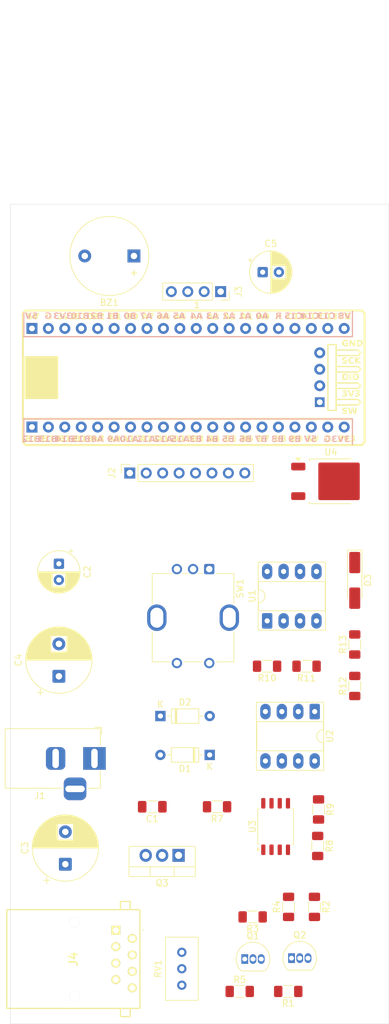
<source format=kicad_pcb>
(kicad_pcb (version 20241229) (generator "pcbnew") (generator_version "9.0")
  (layers (0 "F.Cu" signal) (2 "B.Cu" signal) (13 "F.Paste" user) (15 "B.Paste" user) (5 "F.SilkS" user "F.Silkscreen") (7 "B.SilkS" user "B.Silkscreen") (1 "F.Mask" user) (3 "B.Mask" user) (25 "Edge.Cuts" user))
  (net 0 "")
  (net 1 "Net-(D1-K)")
  (net 2 "COIL2")
  (net 3 "Net-(Q1-B)")
  (net 4 "Net-(Q1-C)")
  (net 5 "GND")
  (net 6 "Net-(Q2-C)")
  (net 7 "Net-(Q2-B)")
  (net 8 "COIL1")
  (net 10 "PULSE_IN")
  (net 14 "LCD_SCK")
  (net 16 "3_3V")
  (net 18 "BUZZER")
  (net 20 "LCD_RST")
  (net 22 "SIGNAL_OUT")
  (net 26 "LCD_MOSI")
  (net 36 "LCD_DC")
  (net 41 "I2C_SDA")
  (net 44 "I2C_SCL")
  (net 46 "LCD_CS")
  (net 47 "Net-(U2-+)")
  (net 48 "VGND")
  (net 49 "Net-(U3-+)")
  (net 50 "Net-(U1-+)")
  (net 51 "Net-(R11-Pad1)")
  (net 52 "Net-(U2--)")
  (net 62 "ENC_A")
  (net 63 "ENC_B")
  (net 64 "ENC_BTN")
  (footprint "Diode_SMD:D_MiniMELF_Handsoldering" (layer "F.Cu") (at 167.23 103.06 -90)
    (property "Reference" "D3" (at 0 -2 90) (layer "F.SilkS"))
    (property "Value" "3.3V")
    (pad "1" smd roundrect (at -2.75 0 270) (size 3.3 1.7) (layers "F.Cu" "F.Mask" "F.Paste") (roundrect_rratio 0.1470588235) (net 22 "SIGNAL_OUT"))
    (pad "2" smd roundrect (at 2.75 0 270) (size 3.3 1.7) (layers "F.Cu" "F.Mask" "F.Paste") (roundrect_rratio 0.1470588235) (net 5 "GND"))
  )
  (footprint "Resistor_SMD:R_1206_3216Metric_Pad1.30x1.75mm_HandSolder" (layer "F.Cu") (at 156.95 166.5 180)
    (property "Reference" "R1" (at 0 -1.83 0) (layer "F.SilkS"))
    (property "Value" "100")
    (pad "1" smd roundrect (at -1.55 0 180) (size 1.3 1.75) (layers "F.Cu" "F.Mask" "F.Paste") (roundrect_rratio 0.192308) (net 5 "GND"))
    (pad "2" smd roundrect (at 1.55 0 180) (size 1.3 1.75) (layers "F.Cu" "F.Mask" "F.Paste") (roundrect_rratio 0.192308) (net 4 "Net-(Q1-C)"))
  )
  (footprint "Resistor_SMD:R_1206_3216Metric_Pad1.30x1.75mm_HandSolder" (layer "F.Cu") (at 149.45 166.5)
    (property "Reference" "R5" (at 0 -1.83 0) (layer "F.SilkS"))
    (property "Value" "2000")
    (pad "1" smd roundrect (at -1.55 0) (size 1.3 1.75) (layers "F.Cu" "F.Mask" "F.Paste") (roundrect_rratio 0.192308) (net 8 "COIL1"))
    (pad "2" smd roundrect (at 1.55 0) (size 1.3 1.75) (layers "F.Cu" "F.Mask" "F.Paste") (roundrect_rratio 0.192308) (net 2 "COIL2"))
  )
  (footprint "Package_DIP:DIP-8_W7.62mm_Socket_LongPads" (layer "F.Cu") (at 153.69 109.31 90)
    (property "Reference" "U1" (at 3.81 -2.33 90) (layer "F.SilkS"))
    (property "Value" "MCP6281")
    (pad "1" thru_hole roundrect (at 0 0 90) (size 2.4 1.6) (drill 0.8) (layers "*.Cu" "*.Mask") (roundrect_rratio 0.15625))
    (pad "2" thru_hole oval (at 0 2.54 90) (size 2.4 1.6) (drill 0.8) (layers "*.Cu" "*.Mask") (net 22 "SIGNAL_OUT"))
    (pad "3" thru_hole oval (at 0 5.08 90) (size 2.4 1.6) (drill 0.8) (layers "*.Cu" "*.Mask") (net 50 "Net-(U1-+)"))
    (pad "4" thru_hole oval (at 0 7.62 90) (size 2.4 1.6) (drill 0.8) (layers "*.Cu" "*.Mask") (net 5 "GND"))
    (pad "5" thru_hole oval (at 7.62 7.62 90) (size 2.4 1.6) (drill 0.8) (layers "*.Cu" "*.Mask"))
    (pad "6" thru_hole oval (at 7.62 5.08 90) (size 2.4 1.6) (drill 0.8) (layers "*.Cu" "*.Mask") (net 22 "SIGNAL_OUT"))
    (pad "7" thru_hole oval (at 7.62 2.54 90) (size 2.4 1.6) (drill 0.8) (layers "*.Cu" "*.Mask") (net 2 "COIL2"))
    (pad "8" thru_hole oval (at 7.62 0 90) (size 2.4 1.6) (drill 0.8) (layers "*.Cu" "*.Mask"))
  )
  (footprint "Diode_THT:D_DO-35_SOD27_P7.62mm_Horizontal" (layer "F.Cu") (at 144.81 130 180)
    (property "Reference" "D1" (at 3.81 -2.12 0) (layer "F.SilkS"))
    (property "Value" "BAV19")
    (fp_text user "K" (at 0 -1.8 0) (layer "F.SilkS"))
    (pad "1" thru_hole rect (at 0 0 180) (size 1.6 1.6) (drill 0.8) (layers "*.Cu" "*.Mask") (net 1 "Net-(D1-K)"))
    (pad "2" thru_hole oval (at 7.62 0 180) (size 1.6 1.6) (drill 0.8) (layers "*.Cu" "*.Mask") (net 2 "COIL2"))
  )
  (footprint "Resistor_SMD:R_1206_3216Metric_Pad1.30x1.75mm_HandSolder" (layer "F.Cu") (at 161.635 138.4125 -90)
    (property "Reference" "R9" (at 0 -1.83 90) (layer "F.SilkS"))
    (property "Value" "1000")
    (pad "1" smd roundrect (at -1.55 0 270) (size 1.3 1.75) (layers "F.Cu" "F.Mask" "F.Paste") (roundrect_rratio 0.192308) (net 2 "COIL2"))
    (pad "2" smd roundrect (at 1.55 0 270) (size 1.3 1.75) (layers "F.Cu" "F.Mask" "F.Paste") (roundrect_rratio 0.192308) (net 49 "Net-(U3-+)"))
  )
  (footprint "Connector_PinSocket_2.54mm:PinSocket_1x04_P2.54mm_Vertical" (layer "F.Cu") (at 146.5 58.5 -90)
    (property "Reference" "J3" (at 0 -2.77 90) (layer "F.SilkS"))
    (property "Value" "Conn_01x04_Socket")
    (pad "1" thru_hole rect (at 0 0 270) (size 1.7 1.7) (drill 1) (layers "*.Cu" "*.Mask") (net 5 "GND"))
    (pad "2" thru_hole circle (at 0 2.54 270) (size 1.7 1.7) (drill 1) (layers "*.Cu" "*.Mask") (net 16 "3_3V"))
    (pad "3" thru_hole circle (at 0 5.08 270) (size 1.7 1.7) (drill 1) (layers "*.Cu" "*.Mask") (net 44 "I2C_SCL"))
    (pad "4" thru_hole circle (at 0 7.62 270) (size 1.7 1.7) (drill 1) (layers "*.Cu" "*.Mask") (net 41 "I2C_SDA"))
  )
  (footprint "Resistor_SMD:R_1206_3216Metric_Pad1.30x1.75mm_HandSolder" (layer "F.Cu") (at 157 153.45 90)
    (property "Reference" "R4" (at 0 -1.83 90) (layer "F.SilkS"))
    (property "Value" "6800")
    (pad "1" smd roundrect (at -1.55 0 90) (size 1.3 1.75) (layers "F.Cu" "F.Mask" "F.Paste") (roundrect_rratio 0.192308) (net 6 "Net-(Q2-C)"))
    (pad "2" smd roundrect (at 1.55 0 90) (size 1.3 1.75) (layers "F.Cu" "F.Mask" "F.Paste") (roundrect_rratio 0.192308) (net 2 "COIL2"))
  )
  (footprint "Resistor_SMD:R_1206_3216Metric_Pad1.30x1.75mm_HandSolder" (layer "F.Cu") (at 145.95 138 180)
    (property "Reference" "R7" (at 0 -1.83 0) (layer "F.SilkS"))
    (property "Value" "2000")
    (pad "1" smd roundrect (at -1.55 0 180) (size 1.3 1.75) (layers "F.Cu" "F.Mask" "F.Paste") (roundrect_rratio 0.192308) (net 47 "Net-(U2-+)"))
    (pad "2" smd roundrect (at 1.55 0 180) (size 1.3 1.75) (layers "F.Cu" "F.Mask" "F.Paste") (roundrect_rratio 0.192308) (net 48 "VGND"))
  )
  (footprint "Resistor_SMD:R_1206_3216Metric_Pad1.30x1.75mm_HandSolder" (layer "F.Cu") (at 167.23 112.96 90)
    (property "Reference" "R13" (at 0 -1.83 90) (layer "F.SilkS"))
    (property "Value" "1k")
    (pad "1" smd roundrect (at -1.55 0 90) (size 1.3 1.75) (layers "F.Cu" "F.Mask" "F.Paste") (roundrect_rratio 0.192308) (net 52 "Net-(U2--)"))
    (pad "2" smd roundrect (at 1.55 0 90) (size 1.3 1.75) (layers "F.Cu" "F.Mask" "F.Paste") (roundrect_rratio 0.192308) (net 5 "GND"))
  )
  (footprint "Package_TO_SOT_THT:TO-92_Inline" (layer "F.Cu") (at 157.46 161.36)
    (property "Reference" "Q2" (at 1.27 -3.56 0) (layer "F.SilkS"))
    (property "Value" "BC547")
    (pad "1" thru_hole rect (at 0 0) (size 1.05 1.5) (drill 0.75) (layers "*.Cu" "*.Mask") (net 6 "Net-(Q2-C)"))
    (pad "2" thru_hole oval (at 1.27 0) (size 1.05 1.5) (drill 0.75) (layers "*.Cu" "*.Mask") (net 7 "Net-(Q2-B)"))
    (pad "3" thru_hole oval (at 2.54 0) (size 1.05 1.5) (drill 0.75) (layers "*.Cu" "*.Mask") (net 5 "GND"))
  )
  (footprint "Capacitor_THT:CP_Radial_D6.3mm_P2.50mm" (layer "F.Cu") (at 121.5 100.5 -90)
    (property "Reference" "C2" (at 1.25 -4.4 90) (layer "F.SilkS"))
    (property "Value" "100uF")
    (pad "1" thru_hole roundrect (at 0 0 270) (size 1.6 1.6) (drill 0.8) (layers "*.Cu" "*.Mask") (roundrect_rratio 0.15625) (net 16 "3_3V"))
    (pad "2" thru_hole circle (at 2.5 0 270) (size 1.6 1.6) (drill 0.8) (layers "*.Cu" "*.Mask") (net 5 "GND"))
  )
  (footprint "Resistor_SMD:R_1206_3216Metric_Pad1.30x1.75mm_HandSolder" (layer "F.Cu") (at 151.45 155 180)
    (property "Reference" "R3" (at 0 -1.83 0) (layer "F.SilkS"))
    (property "Value" "1000")
    (pad "1" smd roundrect (at -1.55 0 180) (size 1.3 1.75) (layers "F.Cu" "F.Mask" "F.Paste") (roundrect_rratio 0.192308) (net 6 "Net-(Q2-C)"))
    (pad "2" smd roundrect (at 1.55 0 180) (size 1.3 1.75) (layers "F.Cu" "F.Mask" "F.Paste") (roundrect_rratio 0.192308) (net 3 "Net-(Q1-B)"))
  )
  (footprint "STM32F4x1CxU6 CoreBoard WeActStudio:STM32F4x1CxU6 WeActStudio" (layer "F.Cu") (at 135.5 73)
    (property "Reference" "1" (at 7.35008 -12.4362 0) (layer "F.SilkS"))
    (property "Value" "U1")
    (pad "1" thru_hole rect (at -18.161 6.4008) (size 1.7 1.7) (drill 0.9) (layers "*.Cu" "*.Mask"))
    (pad "2" thru_hole circle (at -15.621 6.4008) (size 1.7 1.7) (drill 0.9) (layers "*.Cu" "*.Mask"))
    (pad "3" thru_hole circle (at -13.081 6.4008) (size 1.7 1.7) (drill 0.9) (layers "*.Cu" "*.Mask"))
    (pad "4" thru_hole circle (at -10.541 6.4008) (size 1.7 1.7) (drill 0.9) (layers "*.Cu" "*.Mask"))
    (pad "5" thru_hole circle (at -8.001 6.4008) (size 1.7 1.7) (drill 0.9) (layers "*.Cu" "*.Mask") (net 64 "ENC_BTN"))
    (pad "6" thru_hole circle (at -5.461 6.4008) (size 1.7 1.7) (drill 0.9) (layers "*.Cu" "*.Mask") (net 63 "ENC_B"))
    (pad "7" thru_hole circle (at -2.921 6.4008) (size 1.7 1.7) (drill 0.9) (layers "*.Cu" "*.Mask") (net 10 "PULSE_IN"))
    (pad "8" thru_hole circle (at -0.381 6.4008) (size 1.7 1.7) (drill 0.9) (layers "*.Cu" "*.Mask"))
    (pad "9" thru_hole circle (at 2.159 6.4008) (size 1.7 1.7) (drill 0.9) (layers "*.Cu" "*.Mask"))
    (pad "10" thru_hole circle (at 4.699 6.4008) (size 1.7 1.7) (drill 0.9) (layers "*.Cu" "*.Mask") (net 18 "BUZZER"))
    (pad "11" thru_hole circle (at 7.239 6.4008) (size 1.7 1.7) (drill 0.9) (layers "*.Cu" "*.Mask"))
    (pad "12" thru_hole circle (at 9.779 6.4008) (size 1.7 1.7) (drill 0.9) (layers "*.Cu" "*.Mask"))
    (pad "13" thru_hole circle (at 12.319 6.4008) (size 1.7 1.7) (drill 0.9) (layers "*.Cu" "*.Mask"))
    (pad "14" thru_hole circle (at 14.859 6.4008) (size 1.7 1.7) (drill 0.9) (layers "*.Cu" "*.Mask") (net 44 "I2C_SCL"))
    (pad "15" thru_hole circle (at 17.399 6.4008) (size 1.7 1.7) (drill 0.9) (layers "*.Cu" "*.Mask"))
    (pad "16" thru_hole circle (at 19.939 6.4008) (size 1.7 1.7) (drill 0.9) (layers "*.Cu" "*.Mask"))
    (pad "17" thru_hole circle (at 22.479 6.4008) (size 1.7 1.7) (drill 0.9) (layers "*.Cu" "*.Mask"))
    (pad "18" thru_hole circle (at 25.019 6.4008) (size 1.7 1.7) (drill 0.9) (layers "*.Cu" "*.Mask"))
    (pad "19" thru_hole circle (at 27.559 6.4008) (size 1.7 1.7) (drill 0.9) (layers "*.Cu" "*.Mask"))
    (pad "20" thru_hole circle (at 30.099 6.4008) (size 1.7 1.7) (drill 0.9) (layers "*.Cu" "*.Mask") (net 16 "3_3V"))
    (pad "21" thru_hole circle (at 30.099 -8.8138) (size 1.7 1.7) (drill 0.9) (layers "*.Cu" "*.Mask"))
    (pad "22" thru_hole circle (at 27.559 -8.8138) (size 1.7 1.7) (drill 0.9) (layers "*.Cu" "*.Mask"))
    (pad "23" thru_hole circle (at 25.019 -8.8138) (size 1.7 1.7) (drill 0.9) (layers "*.Cu" "*.Mask"))
    (pad "24" thru_hole circle (at 22.479 -8.8138) (size 1.7 1.7) (drill 0.9) (layers "*.Cu" "*.Mask"))
    (pad "25" thru_hole circle (at 19.939 -8.8138) (size 1.7 1.7) (drill 0.9) (layers "*.Cu" "*.Mask"))
    (pad "26" thru_hole circle (at 17.399 -8.8138) (size 1.7 1.7) (drill 0.9) (layers "*.Cu" "*.Mask") (net 22 "SIGNAL_OUT"))
    (pad "27" thru_hole circle (at 14.859 -8.8138) (size 1.7 1.7) (drill 0.9) (layers "*.Cu" "*.Mask"))
    (pad "28" thru_hole circle (at 12.319 -8.8138) (size 1.7 1.7) (drill 0.9) (layers "*.Cu" "*.Mask") (net 14 "LCD_SCK"))
    (pad "29" thru_hole circle (at 9.779 -8.8138) (size 1.7 1.7) (drill 0.9) (layers "*.Cu" "*.Mask") (net 20 "LCD_RST"))
    (pad "30" thru_hole circle (at 7.239 -8.8138) (size 1.7 1.7) (drill 0.9) (layers "*.Cu" "*.Mask") (net 26 "LCD_MOSI"))
    (pad "31" thru_hole circle (at 4.699 -8.8138) (size 1.7 1.7) (drill 0.9) (layers "*.Cu" "*.Mask") (net 36 "LCD_DC"))
    (pad "32" thru_hole circle (at 2.159 -8.8138) (size 1.7 1.7) (drill 0.9) (layers "*.Cu" "*.Mask"))
    (pad "33" thru_hole circle (at -0.381 -8.8138) (size 1.7 1.7) (drill 0.9) (layers "*.Cu" "*.Mask"))
    (pad "34" thru_hole circle (at -2.921 -8.8138) (size 1.7 1.7) (drill 0.9) (layers "*.Cu" "*.Mask"))
    (pad "35" thru_hole circle (at -5.461 -8.8138) (size 1.7 1.7) (drill 0.9) (layers "*.Cu" "*.Mask") (net 62 "ENC_A"))
    (pad "36" thru_hole circle (at -8.001 -8.8138) (size 1.7 1.7) (drill 0.9) (layers "*.Cu" "*.Mask"))
    (pad "37" thru_hole circle (at -10.541 -8.8138) (size 1.7 1.7) (drill 0.9) (layers "*.Cu" "*.Mask") (net 41 "I2C_SDA"))
    (pad "38" thru_hole circle (at -13.081 -8.8138) (size 1.7 1.7) (drill 0.9) (layers "*.Cu" "*.Mask"))
    (pad "39" thru_hole circle (at -15.621 -8.8138) (size 1.7 1.7) (drill 0.9) (layers "*.Cu" "*.Mask") (net 5 "GND"))
    (pad "40" thru_hole rect (at -18.161 -8.8138) (size 1.7 1.7) (drill 0.9) (layers "*.Cu" "*.Mask"))
    (pad "41" thru_hole rect (at 26.3144 2.5654 90) (size 1.5 1.5) (drill 0.9) (layers "*.Cu" "*.Mask"))
    (pad "42" thru_hole circle (at 26.3144 0.0254 90) (size 1.7 1.7) (drill 0.9) (layers "*.Cu" "*.Mask"))
    (pad "43" thru_hole circle (at 26.3144 -2.5146 90) (size 1.7 1.7) (drill 0.9) (layers "*.Cu" "*.Mask"))
    (pad "44" thru_hole circle (at 26.3144 -5.0546 90) (size 1.7 1.7) (drill 0.9) (layers "*.Cu" "*.Mask"))
  )
  (footprint "Resistor_SMD:R_1206_3216Metric_Pad1.30x1.75mm_HandSolder" (layer "F.Cu") (at 161 153.45 -90)
    (property "Reference" "R2" (at 0 -1.83 90) (layer "F.SilkS"))
    (property "Value" "1000")
    (pad "1" smd roundrect (at -1.55 0 270) (size 1.3 1.75) (layers "F.Cu" "F.Mask" "F.Paste") (roundrect_rratio 0.192308) (net 10 "PULSE_IN"))
    (pad "2" smd roundrect (at 1.55 0 270) (size 1.3 1.75) (layers "F.Cu" "F.Mask" "F.Paste") (roundrect_rratio 0.192308) (net 7 "Net-(Q2-B)"))
  )
  (footprint "Package_SO:SOIC-8_5.3x5.3mm_P1.27mm" (layer "F.Cu") (at 155 141.05 90)
    (property "Reference" "U3" (at 0 -3.6 90) (layer "F.SilkS"))
    (property "Value" "TL071")
    (pad "1" smd roundrect (at -3.5875 -1.905 90) (size 1.625 0.65) (layers "F.Cu" "F.Mask" "F.Paste"))
    (pad "2" smd roundrect (at -3.5875 -0.635 90) (size 1.625 0.65) (layers "F.Cu" "F.Mask" "F.Paste") (net 48 "VGND"))
    (pad "3" smd roundrect (at -3.5875 0.635 90) (size 1.625 0.65) (layers "F.Cu" "F.Mask" "F.Paste") (net 49 "Net-(U3-+)"))
    (pad "4" smd roundrect (at -3.5875 1.905 90) (size 1.625 0.65) (layers "F.Cu" "F.Mask" "F.Paste") (net 5 "GND"))
    (pad "5" smd roundrect (at 3.5875 1.905 90) (size 1.625 0.65) (layers "F.Cu" "F.Mask" "F.Paste"))
    (pad "6" smd roundrect (at 3.5875 0.635 90) (size 1.625 0.65) (layers "F.Cu" "F.Mask" "F.Paste") (net 48 "VGND"))
    (pad "7" smd roundrect (at 3.5875 -0.635 90) (size 1.625 0.65) (layers "F.Cu" "F.Mask" "F.Paste") (net 2 "COIL2"))
    (pad "8" smd roundrect (at 3.5875 -1.905 90) (size 1.625 0.65) (layers "F.Cu" "F.Mask" "F.Paste"))
  )
  (footprint "Resistor_SMD:R_1206_3216Metric_Pad1.30x1.75mm_HandSolder" (layer "F.Cu") (at 159.78 116.31 180)
    (property "Reference" "R11" (at 0 -1.83 0) (layer "F.SilkS"))
    (property "Value" "2000")
    (pad "1" smd roundrect (at -1.55 0 180) (size 1.3 1.75) (layers "F.Cu" "F.Mask" "F.Paste") (roundrect_rratio 0.192308) (net 51 "Net-(R11-Pad1)"))
    (pad "2" smd roundrect (at 1.55 0 180) (size 1.3 1.75) (layers "F.Cu" "F.Mask" "F.Paste") (roundrect_rratio 0.192308) (net 50 "Net-(U1-+)"))
  )
  (footprint "Package_TO_SOT_SMD:TO-252-2" (layer "F.Cu") (at 163.54 87.78)
    (property "Reference" "U4" (at 0 -4.5 0) (layer "F.SilkS"))
    (property "Value" "LF33_TO252")
    (pad "1" smd roundrect (at -5.04 -2.28) (size 2.2 1.2) (layers "F.Cu" "F.Mask" "F.Paste") (roundrect_rratio 0.208333) (net 2 "COIL2"))
    (pad "2" smd roundrect (at 1.26 0) (size 6.4 5.8) (layers "F.Cu" "F.Mask") (roundrect_rratio 0.043103) (net 5 "GND"))
    (pad "3" smd roundrect (at -5.04 2.28) (size 2.2 1.2) (layers "F.Cu" "F.Mask" "F.Paste") (roundrect_rratio 0.208333) (net 16 "3_3V"))
  )
  (footprint "Connector_PinSocket_2.54mm:PinSocket_1x08_P2.54mm_Vertical" (layer "F.Cu") (at 132.46 86.5 90)
    (property "Reference" "J2" (at 0 -2.77 90) (layer "F.SilkS"))
    (property "Value" "Conn_01x08_Socket")
    (pad "1" thru_hole rect (at 0 0 90) (size 1.7 1.7) (drill 1) (layers "*.Cu" "*.Mask") (net 16 "3_3V"))
    (pad "2" thru_hole circle (at 0 2.54 90) (size 1.7 1.7) (drill 1) (layers "*.Cu" "*.Mask") (net 5 "GND"))
    (pad "3" thru_hole circle (at 0 5.08 90) (size 1.7 1.7) (drill 1) (layers "*.Cu" "*.Mask") (net 46 "LCD_CS"))
    (pad "4" thru_hole circle (at 0 7.62 90) (size 1.7 1.7) (drill 1) (layers "*.Cu" "*.Mask") (net 20 "LCD_RST"))
    (pad "5" thru_hole circle (at 0 10.16 90) (size 1.7 1.7) (drill 1) (layers "*.Cu" "*.Mask") (net 36 "LCD_DC"))
    (pad "6" thru_hole circle (at 0 12.7 90) (size 1.7 1.7) (drill 1) (layers "*.Cu" "*.Mask") (net 26 "LCD_MOSI"))
    (pad "7" thru_hole circle (at 0 15.24 90) (size 1.7 1.7) (drill 1) (layers "*.Cu" "*.Mask") (net 14 "LCD_SCK"))
    (pad "8" thru_hole circle (at 0 17.78 90) (size 1.7 1.7) (drill 1) (layers "*.Cu" "*.Mask") (net 16 "3_3V"))
  )
  (footprint "Diode_THT:D_DO-35_SOD27_P7.62mm_Horizontal" (layer "F.Cu") (at 137.19 124)
    (property "Reference" "D2" (at 3.81 -2.12 0) (layer "F.SilkS"))
    (property "Value" "BAV19")
    (fp_text user "K" (at 0 -1.8 0) (layer "F.SilkS"))
    (pad "1" thru_hole rect (at 0 0) (size 1.6 1.6) (drill 0.8) (layers "*.Cu" "*.Mask") (net 2 "COIL2"))
    (pad "2" thru_hole oval (at 7.62 0) (size 1.6 1.6) (drill 0.8) (layers "*.Cu" "*.Mask") (net 1 "Net-(D1-K)"))
  )
  (footprint "Resistor_SMD:R_1206_3216Metric_Pad1.30x1.75mm_HandSolder" (layer "F.Cu") (at 153.68 116.31 180)
    (property "Reference" "R10" (at 0 -1.83 0) (layer "F.SilkS"))
    (property "Value" "1000")
    (pad "1" smd roundrect (at -1.55 0 180) (size 1.3 1.75) (layers "F.Cu" "F.Mask" "F.Paste") (roundrect_rratio 0.192308) (net 50 "Net-(U1-+)"))
    (pad "2" smd roundrect (at 1.55 0 180) (size 1.3 1.75) (layers "F.Cu" "F.Mask" "F.Paste") (roundrect_rratio 0.192308) (net 5 "GND"))
  )
  (footprint "Connector_BarrelJack:BarrelJack_Horizontal" (layer "F.Cu") (at 127 130.5425)
    (property "Reference" "J1" (at -8.45 5.75 0) (layer "F.SilkS"))
    (property "Value" "POWER_Socket")
    (pad "1" thru_hole rect (at 0 0) (size 3.5 3.5) (drill oval 1 3) (layers "*.Cu" "*.Mask") (net 5 "GND"))
    (pad "2" thru_hole roundrect (at -6 0) (size 3 3.5) (drill oval 1 3) (layers "*.Cu" "*.Mask") (net 2 "COIL2"))
    (pad "3" thru_hole roundrect (at -3 4.7) (size 3.5 3.5) (drill oval 3 1) (layers "*.Cu" "*.Mask"))
  )
  (footprint "MTJ-881X1:MTJ881X1" (layer "F.Cu") (at 130.3 157.055 -90)
    (property "Reference" "J4" (at 4.445 6.565 90) (layer "F.SilkS") (effects (font (size 1.27 1.27) (thickness 0.254))))
    (property "Value" "RJ45" (hide yes))
    (pad "1" thru_hole rect (at 0 0) (size 1.4 1.4) (drill 0.9) (layers "*.Cu" "*.Mask" "F.SilkS") (net 2 "COIL2"))
    (pad "2" thru_hole circle (at 1.27 -2.54) (size 1.4 1.4) (drill 0.9) (layers "*.Cu" "*.Mask" "F.SilkS") (net 2 "COIL2"))
    (pad "3" thru_hole circle (at 2.54 0) (size 1.4 1.4) (drill 0.9) (layers "*.Cu" "*.Mask" "F.SilkS") (net 2 "COIL2"))
    (pad "4" thru_hole circle (at 3.81 -2.54) (size 1.4 1.4) (drill 0.9) (layers "*.Cu" "*.Mask" "F.SilkS") (net 2 "COIL2"))
    (pad "5" thru_hole circle (at 5.08 0) (size 1.4 1.4) (drill 0.9) (layers "*.Cu" "*.Mask" "F.SilkS") (net 8 "COIL1"))
    (pad "6" thru_hole circle (at 6.35 -2.54) (size 1.4 1.4) (drill 0.9) (layers "*.Cu" "*.Mask" "F.SilkS") (net 8 "COIL1"))
    (pad "7" thru_hole circle (at 7.62 0) (size 1.4 1.4) (drill 0.9) (layers "*.Cu" "*.Mask" "F.SilkS") (net 8 "COIL1"))
    (pad "8" thru_hole circle (at 8.89 -2.54) (size 1.4 1.4) (drill 0.9) (layers "*.Cu" "*.Mask" "F.SilkS") (net 8 "COIL1"))
    (pad "9" thru_hole circle (at -1.27 6.35) (size 1.625 1.625) (drill 3.25) (layers "*.Cu" "*.Mask" "F.SilkS"))
    (pad "10" thru_hole circle (at 10.16 6.35) (size 1.625 1.625) (drill 3.25) (layers "*.Cu" "*.Mask" "F.SilkS"))
  )
  (footprint "Resistor_SMD:R_1206_3216Metric_Pad1.30x1.75mm_HandSolder" (layer "F.Cu") (at 161.5 144.05 -90)
    (property "Reference" "R8" (at 0 -1.83 90) (layer "F.SilkS"))
    (property "Value" "1000")
    (pad "1" smd roundrect (at -1.55 0 270) (size 1.3 1.75) (layers "F.Cu" "F.Mask" "F.Paste") (roundrect_rratio 0.192308) (net 49 "Net-(U3-+)"))
    (pad "2" smd roundrect (at 1.55 0 270) (size 1.3 1.75) (layers "F.Cu" "F.Mask" "F.Paste") (roundrect_rratio 0.192308) (net 5 "GND"))
  )
  (footprint "Capacitor_SMD:C_1206_3216Metric_Pad1.33x1.80mm_HandSolder" (layer "F.Cu") (at 135.9375 138 180)
    (property "Reference" "C1" (at 0 -1.85 0) (layer "F.SilkS"))
    (property "Value" "1u")
    (pad "1" smd roundrect (at -1.5625 0 180) (size 1.325 1.8) (layers "F.Cu" "F.Mask" "F.Paste") (roundrect_rratio 0.188679) (net 1 "Net-(D1-K)"))
    (pad "2" smd roundrect (at 1.5625 0 180) (size 1.325 1.8) (layers "F.Cu" "F.Mask" "F.Paste") (roundrect_rratio 0.188679) (net 47 "Net-(U2-+)"))
  )
  (footprint "Rotary_Encoder:RotaryEncoder_Bourns_Vertical_PEC12R-3x17F-Sxxxx" (layer "F.Cu") (at 144.74 101.325 -90)
    (property "Reference" "SW1" (at 3 -4.75 90) (layer "F.SilkS"))
    (property "Value" "RotaryEncoder_Switch")
    (pad "A" thru_hole roundrect (at 0 0 270) (size 1.6 1.6) (drill 1) (layers "*.Cu" "*.Mask") (roundrect_rratio 0.15625) (net 62 "ENC_A"))
    (pad "B" thru_hole circle (at 0 5 270) (size 1.6 1.6) (drill 1) (layers "*.Cu" "*.Mask") (net 63 "ENC_B"))
    (pad "C" thru_hole circle (at 0 2.5 270) (size 1.6 1.6) (drill 1) (layers "*.Cu" "*.Mask") (net 16 "3_3V"))
    (pad "S1" thru_hole circle (at 14.5 0 270) (size 1.6 1.6) (drill 1) (layers "*.Cu" "*.Mask") (net 64 "ENC_BTN"))
    (pad "S2" thru_hole circle (at 14.5 5 270) (size 1.6 1.6) (drill 1) (layers "*.Cu" "*.Mask") (net 5 "GND"))
    (pad "SH" thru_hole oval (at 7.5 -3.1 270) (size 4.1 3) (drill oval 3.1 2) (layers "*.Cu" "*.Mask"))
    (pad "SH" thru_hole oval (at 7.5 8.1 270) (size 4.1 3) (drill oval 3.1 2) (layers "*.Cu" "*.Mask"))
  )
  (footprint "Resistor_SMD:R_1206_3216Metric_Pad1.30x1.75mm_HandSolder" (layer "F.Cu") (at 167.23 119.36 90)
    (property "Reference" "R12" (at 0 -1.83 90) (layer "F.SilkS"))
    (property "Value" "1M")
    (pad "1" smd roundrect (at -1.55 0 90) (size 1.3 1.75) (layers "F.Cu" "F.Mask" "F.Paste") (roundrect_rratio 0.192308) (net 52 "Net-(U2--)"))
    (pad "2" smd roundrect (at 1.55 0 90) (size 1.3 1.75) (layers "F.Cu" "F.Mask" "F.Paste") (roundrect_rratio 0.192308) (net 51 "Net-(R11-Pad1)"))
  )
  (footprint "Capacitor_THT:CP_Radial_D10.0mm_P5.00mm" (layer "F.Cu") (at 122.5 146.867677 90)
    (property "Reference" "C3" (at 2.5 -6.25 90) (layer "F.SilkS"))
    (property "Value" "1500uF")
    (pad "1" thru_hole roundrect (at 0 0 90) (size 2 2) (drill 1) (layers "*.Cu" "*.Mask") (roundrect_rratio 0.125) (net 2 "COIL2"))
    (pad "2" thru_hole circle (at 5 0 90) (size 2 2) (drill 1) (layers "*.Cu" "*.Mask") (net 5 "GND"))
  )
  (footprint "Potentiometer_THT:Potentiometer_Bourns_3296W_Vertical" (layer "F.Cu") (at 140.5 160.46 90)
    (property "Reference" "RV1" (at -2.54 -3.66 90) (layer "F.SilkS"))
    (property "Value" "R_Potentiometer_Trim")
    (pad "1" thru_hole circle (at 0 0 90) (size 1.44 1.44) (drill 0.8) (layers "*.Cu" "*.Mask"))
    (pad "2" thru_hole circle (at -2.54 0 90) (size 1.44 1.44) (drill 0.8) (layers "*.Cu" "*.Mask") (net 1 "Net-(D1-K)"))
    (pad "3" thru_hole circle (at -5.08 0 90) (size 1.44 1.44) (drill 0.8) (layers "*.Cu" "*.Mask") (net 8 "COIL1"))
  )
  (footprint "Capacitor_THT:CP_Radial_D6.3mm_P2.50mm" (layer "F.Cu") (at 153 55.5)
    (property "Reference" "C5" (at 1.25 -4.4 0) (layer "F.SilkS"))
    (property "Value" "100uF")
    (pad "1" thru_hole roundrect (at 0 0) (size 1.6 1.6) (drill 0.8) (layers "*.Cu" "*.Mask") (roundrect_rratio 0.15625) (net 2 "COIL2"))
    (pad "2" thru_hole circle (at 2.5 0) (size 1.6 1.6) (drill 0.8) (layers "*.Cu" "*.Mask") (net 5 "GND"))
  )
  (footprint "Package_DIP:DIP-8_W7.62mm_Socket_LongPads" (layer "F.Cu") (at 161.04 123.31 -90)
    (property "Reference" "U2" (at 3.81 -2.33 90) (layer "F.SilkS"))
    (property "Value" "TL071")
    (pad "1" thru_hole roundrect (at 0 0 270) (size 2.4 1.6) (drill 0.8) (layers "*.Cu" "*.Mask") (roundrect_rratio 0.15625))
    (pad "2" thru_hole oval (at 0 2.54 270) (size 2.4 1.6) (drill 0.8) (layers "*.Cu" "*.Mask") (net 52 "Net-(U2--)"))
    (pad "3" thru_hole oval (at 0 5.08 270) (size 2.4 1.6) (drill 0.8) (layers "*.Cu" "*.Mask") (net 47 "Net-(U2-+)"))
    (pad "4" thru_hole oval (at 0 7.62 270) (size 2.4 1.6) (drill 0.8) (layers "*.Cu" "*.Mask") (net 5 "GND"))
    (pad "5" thru_hole oval (at 7.62 7.62 270) (size 2.4 1.6) (drill 0.8) (layers "*.Cu" "*.Mask"))
    (pad "6" thru_hole oval (at 7.62 5.08 270) (size 2.4 1.6) (drill 0.8) (layers "*.Cu" "*.Mask") (net 51 "Net-(R11-Pad1)"))
    (pad "7" thru_hole oval (at 7.62 2.54 270) (size 2.4 1.6) (drill 0.8) (layers "*.Cu" "*.Mask") (net 2 "COIL2"))
    (pad "8" thru_hole oval (at 7.62 0 270) (size 2.4 1.6) (drill 0.8) (layers "*.Cu" "*.Mask"))
  )
  (footprint "Buzzer_Beeper:Buzzer_12x9.5RM7.6" (layer "F.Cu") (at 133.1 53 180)
    (property "Reference" "BZ1" (at 3.8 -7.2 0) (layer "F.SilkS"))
    (property "Value" "Buzzer")
    (fp_text user "+" (at -0.01 -2.54 0) (layer "F.SilkS"))
    (pad "1" thru_hole rect (at 0 0 180) (size 2 2) (drill 1) (layers "*.Cu" "*.Mask") (net 18 "BUZZER"))
    (pad "2" thru_hole circle (at 7.6 0 180) (size 2 2) (drill 1) (layers "*.Cu" "*.Mask") (net 5 "GND"))
  )
  (footprint "Package_TO_SOT_THT:TO-220-3_Vertical" (layer "F.Cu") (at 140 145.5 180)
    (property "Reference" "Q3" (at 2.54 -4.27 0) (layer "F.SilkS"))
    (property "Value" "IRF740")
    (pad "1" thru_hole rect (at 0 0 180) (size 1.905 2) (drill 1.1) (layers "*.Cu" "*.Mask") (net 4 "Net-(Q1-C)"))
    (pad "2" thru_hole oval (at 2.54 0 180) (size 1.905 2) (drill 1.1) (layers "*.Cu" "*.Mask") (net 8 "COIL1"))
    (pad "3" thru_hole oval (at 5.08 0 180) (size 1.905 2) (drill 1.1) (layers "*.Cu" "*.Mask") (net 5 "GND"))
  )
  (footprint "Package_TO_SOT_THT:TO-92_Inline" (layer "F.Cu") (at 150.23 161.5)
    (property "Reference" "Q1" (at 1.27 -3.56 0) (layer "F.SilkS"))
    (property "Value" "BC557")
    (pad "1" thru_hole rect (at 0 0) (size 1.05 1.5) (drill 0.75) (layers "*.Cu" "*.Mask") (net 4 "Net-(Q1-C)"))
    (pad "2" thru_hole oval (at 1.27 0) (size 1.05 1.5) (drill 0.75) (layers "*.Cu" "*.Mask") (net 3 "Net-(Q1-B)"))
    (pad "3" thru_hole oval (at 2.54 0) (size 1.05 1.5) (drill 0.75) (layers "*.Cu" "*.Mask") (net 2 "COIL2"))
  )
  (footprint "Capacitor_THT:CP_Radial_D10.0mm_P5.00mm" (layer "F.Cu") (at 121.5 117.867677 90)
    (property "Reference" "C4" (at 2.5 -6.25 90) (layer "F.SilkS"))
    (property "Value" "1500uF")
    (pad "1" thru_hole roundrect (at 0 0 90) (size 2 2) (drill 1) (layers "*.Cu" "*.Mask") (roundrect_rratio 0.125) (net 2 "COIL2"))
    (pad "2" thru_hole circle (at 5 0 90) (size 2 2) (drill 1) (layers "*.Cu" "*.Mask") (net 5 "GND"))
  )
  (gr_rect (start 114 45) (end 172.5 171.5) (stroke (width 0.05)) (fill no) (layer "Edge.Cuts"))
)
</source>
